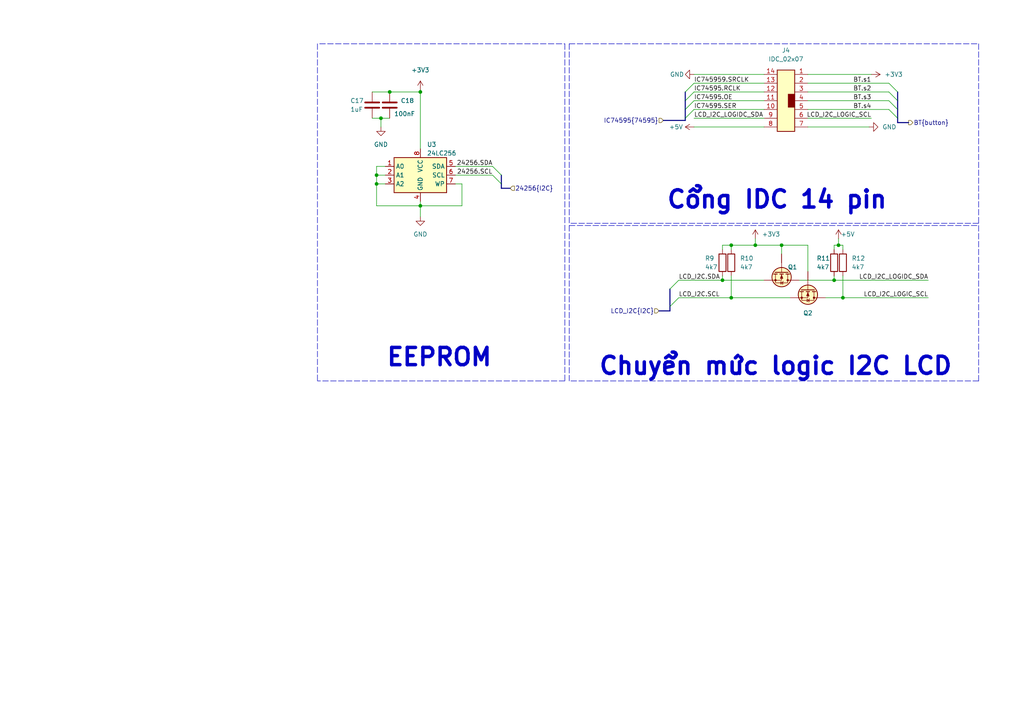
<source format=kicad_sch>
(kicad_sch (version 20211123) (generator eeschema)
  (paper "A4")
  (lib_symbols
    (symbol "Device:C" (pin_numbers hide) (pin_names (offset 0.254))
      (property "Reference" "C" (at 0.635 2.54 0))
      (property "Value" "C" (at 0.635 -2.54 0))
      (symbol "C_0_1"
        (polyline (pts (xy -2.032 -0.762) (xy 2.032 -0.762)) (stroke (width 0.508)))
        (polyline (pts (xy -2.032 0.762) (xy 2.032 0.762)) (stroke (width 0.508)))
      )
      (symbol "C_1_1"
        (pin passive line (at 0 3.81 270) (length 2.794) (name "~") (number "1"))
        (pin passive line (at 0 -3.81 90) (length 2.794) (name "~") (number "2"))
      )
    )
    (symbol "Device:R" (pin_numbers hide) (pin_names (offset 0))
      (property "Reference" "R" (at 2.032 0 90))
      (property "Value" "R" (at 0 0 90))
      (symbol "R_0_1"
        (rectangle (start -1.016 -2.54) (end 1.016 2.54) (stroke (width 0.254)))
      )
      (symbol "R_1_1"
        (pin passive line (at 0 3.81 270) (length 1.27) (name "~") (number "1"))
        (pin passive line (at 0 -3.81 90) (length 1.27) (name "~") (number "2"))
      )
    )
    (symbol "IVS_SYMBOLS:IDC_02x07" (pin_names (offset 1.016) hide)
      (property "Reference" "J" (at 1.27 10.16 0))
      (property "Value" "IDC_02x07" (at 1.27 -10.16 0))
      (symbol "IDC_02x07_0_1"
        (rectangle (start -1.27 1.905) (end 0.635 -1.905) (fill (type outline)))
      )
      (symbol "IDC_02x07_1_1"
        (rectangle (start -1.27 8.89) (end 3.81 -8.89) (stroke (width 0.254)) (fill (type background)))
        (pin passive line (at -5.08 7.62 0) (length 3.81) (name "Pin_1") (number "1"))
        (pin passive line (at 7.62 -2.54 180) (length 3.81) (name "Pin_10") (number "10"))
        (pin passive line (at 7.62 0 180) (length 3.81) (name "Pin_11") (number "11"))
        (pin passive line (at 7.62 2.54 180) (length 3.81) (name "Pin_12") (number "12"))
        (pin passive line (at 7.62 5.08 180) (length 3.81) (name "Pin_13") (number "13"))
        (pin passive line (at 7.62 7.62 180) (length 3.81) (name "Pin_14") (number "14"))
        (pin passive line (at -5.08 5.08 0) (length 3.81) (name "Pin_2") (number "2"))
        (pin passive line (at -5.08 2.54 0) (length 3.81) (name "Pin_3") (number "3"))
        (pin passive line (at -5.08 0 0) (length 3.81) (name "Pin_4") (number "4"))
        (pin passive line (at -5.08 -2.54 0) (length 3.81) (name "Pin_5") (number "5"))
        (pin passive line (at -5.08 -5.08 0) (length 3.81) (name "Pin_6") (number "6"))
        (pin passive line (at -5.08 -7.62 0) (length 3.81) (name "Pin_7") (number "7"))
        (pin passive line (at 7.62 -7.62 180) (length 3.81) (name "Pin_8") (number "8"))
        (pin passive line (at 7.62 -5.08 180) (length 3.81) (name "Pin_9") (number "9"))
      )
    )
    (symbol "IVS_SYMBOLS:N_Mosfet" (pin_numbers hide) (pin_names hide)
      (property "Reference" "Q" (at 2.794 1.2192 0))
      (symbol "N_Mosfet_0_1"
        (circle (center -0.889 0) (radius 2.794) (stroke (width 0.254)) (fill (type background)))
        (circle (center 0 -1.778) (radius 0.254) (fill (type outline)))
        (polyline (pts (xy -2.286 0) (xy -5.08 0)))
        (polyline (pts (xy -2.286 1.905) (xy -2.286 -1.905)) (stroke (width 0.254)))
        (polyline (pts (xy -1.778 -1.27) (xy -1.778 -2.286)) (stroke (width 0.254)))
        (polyline (pts (xy -1.778 0.508) (xy -1.778 -0.508)) (stroke (width 0.254)))
        (polyline (pts (xy -1.778 2.286) (xy -1.778 1.27)) (stroke (width 0.254)))
        (polyline (pts (xy 0 2.54) (xy 0 1.778)))
        (polyline (pts (xy 0 -2.54) (xy 0 0) (xy -1.778 0)))
        (polyline (pts (xy -1.778 -1.778) (xy 0.762 -1.778) (xy 0.762 1.778) (xy -1.778 1.778)))
        (polyline (pts (xy -1.524 0) (xy -0.508 0.381) (xy -0.508 -0.381) (xy -1.524 0)) (fill (type outline)))
        (polyline (pts (xy 0.254 0.508) (xy 0.381 0.381) (xy 1.143 0.381) (xy 1.27 0.254)))
        (polyline (pts (xy 0.762 0.381) (xy 0.381 -0.254) (xy 1.143 -0.254) (xy 0.762 0.381)))
        (circle (center 0 1.778) (radius 0.254) (fill (type outline)))
      )
      (symbol "N_Mosfet_1_1"
        (pin input line (at -7.62 0 0) (length 2.54) (name "G") (number "1"))
        (pin passive line (at 0 -5.08 90) (length 2.54) (name "S") (number "2"))
        (pin passive line (at 0 5.08 270) (length 2.54) (name "D") (number "3"))
      )
    )
    (symbol "Memory_EEPROM:24LC256"
      (property "Reference" "U" (at -6.35 6.35 0))
      (property "Value" "24LC256" (at 1.27 6.35 0))
      (symbol "24LC256_1_1"
        (rectangle (start -7.62 5.08) (end 7.62 -5.08) (stroke (width 0.254)) (fill (type background)))
        (pin input line (at -10.16 2.54 0) (length 2.54) (name "A0") (number "1"))
        (pin input line (at -10.16 0 0) (length 2.54) (name "A1") (number "2"))
        (pin input line (at -10.16 -2.54 0) (length 2.54) (name "A2") (number "3"))
        (pin power_in line (at 0 -7.62 90) (length 2.54) (name "GND") (number "4"))
        (pin bidirectional line (at 10.16 2.54 180) (length 2.54) (name "SDA") (number "5"))
        (pin input line (at 10.16 0 180) (length 2.54) (name "SCL") (number "6"))
        (pin input line (at 10.16 -2.54 180) (length 2.54) (name "WP") (number "7"))
        (pin power_in line (at 0 7.62 270) (length 2.54) (name "VCC") (number "8"))
      )
    )
    (symbol "power:+3V3" (power) (pin_names (offset 0))
      (property "Value" "+3V3" (at 0 3.556 0))
      (symbol "+3V3_0_1"
        (polyline (pts (xy -0.762 1.27) (xy 0 2.54)))
        (polyline (pts (xy 0 0) (xy 0 2.54)))
        (polyline (pts (xy 0 2.54) (xy 0.762 1.27)))
      )
      (symbol "+3V3_1_1"
        (pin power_in line (at 0 0 90) (length 0) hide (name "+3V3") (number "1"))
      )
    )
    (symbol "power:+5V" (power) (pin_names (offset 0))
      (property "Value" "+5V" (at 0 3.556 0))
      (symbol "+5V_0_1"
        (polyline (pts (xy -0.762 1.27) (xy 0 2.54)))
        (polyline (pts (xy 0 0) (xy 0 2.54)))
        (polyline (pts (xy 0 2.54) (xy 0.762 1.27)))
      )
      (symbol "+5V_1_1"
        (pin power_in line (at 0 0 90) (length 0) hide (name "+5V") (number "1"))
      )
    )
    (symbol "power:GND" (power) (pin_names (offset 0))
      (property "Value" "GND" (at 0 -3.81 0))
      (symbol "GND_0_1"
        (polyline (pts (xy 0 0) (xy 0 -1.27) (xy 1.27 -1.27) (xy 0 -2.54) (xy -1.27 -1.27) (xy 0 -1.27)))
      )
      (symbol "GND_1_1"
        (pin power_in line (at 0 0 270) (length 0) hide (name "GND") (number "1"))
      )
    )
  )
  (bus_alias "74595" (members "SRCLK" "RCLK" "OE" "SER"))
  (junction (at 121.92 59.69))
  (junction (at 109.22 50.8))
  (junction (at 113.03 26.67))
  (junction (at 226.695 71.12))
  (junction (at 121.92 26.67))
  (junction (at 243.205 71.12))
  (junction (at 244.475 86.36))
  (junction (at 209.55 81.28))
  (junction (at 212.09 86.36))
  (junction (at 241.935 81.28))
  (junction (at 109.22 53.34))
  (junction (at 212.09 71.12))
  (junction (at 219.075 71.12))
  (junction (at 110.49 34.29))
  (bus_entry (at 257.81 24.13) (size 2.54 2.54))
  (bus_entry (at 257.81 29.21) (size 2.54 2.54))
  (bus_entry (at 257.81 26.67) (size 2.54 2.54))
  (bus_entry (at 257.81 31.75) (size 2.54 2.54))
  (bus_entry (at 201.295 31.75) (size -2.54 2.54))
  (bus_entry (at 201.295 24.13) (size -2.54 2.54))
  (bus_entry (at 201.295 29.21) (size -2.54 2.54))
  (bus_entry (at 201.295 26.67) (size -2.54 2.54))
  (bus_entry (at 142.875 50.8) (size 2.54 2.54))
  (bus_entry (at 142.875 48.26) (size 2.54 2.54))
  (bus_entry (at 196.85 86.36) (size -2.54 2.54))
  (bus_entry (at 196.85 81.28) (size -2.54 2.54))
  (bus (pts (xy 260.35 34.29) (xy 260.35 35.56)))
  (bus (pts (xy 198.755 29.21) (xy 198.755 31.75)))
  (wire (pts (xy 241.935 72.39) (xy 241.935 71.12)))
  (wire (pts (xy 201.295 26.67) (xy 221.615 26.67)))
  (wire (pts (xy 234.315 34.29) (xy 252.73 34.29)))
  (bus (pts (xy 260.35 26.67) (xy 260.35 29.21)))
  (wire (pts (xy 133.985 59.69) (xy 121.92 59.69)))
  (wire (pts (xy 121.92 59.69) (xy 121.92 58.42)))
  (wire (pts (xy 196.85 81.28) (xy 209.55 81.28)))
  (wire (pts (xy 219.075 71.12) (xy 226.695 71.12)))
  (wire (pts (xy 201.295 24.13) (xy 221.615 24.13)))
  (polyline (pts (xy 165.1 12.7) (xy 165.1 64.77)))
  (wire (pts (xy 121.92 59.69) (xy 121.92 62.865)))
  (wire (pts (xy 121.92 26.035) (xy 121.92 26.67)))
  (bus (pts (xy 194.31 83.82) (xy 194.31 88.9)))
  (wire (pts (xy 234.315 36.83) (xy 252.095 36.83)))
  (wire (pts (xy 133.985 53.34) (xy 133.985 59.69)))
  (wire (pts (xy 132.08 53.34) (xy 133.985 53.34)))
  (wire (pts (xy 107.95 26.67) (xy 113.03 26.67)))
  (wire (pts (xy 109.22 50.8) (xy 109.22 53.34)))
  (bus (pts (xy 198.755 34.29) (xy 198.755 34.925)))
  (bus (pts (xy 192.405 34.925) (xy 198.755 34.925)))
  (wire (pts (xy 201.295 29.21) (xy 221.615 29.21)))
  (polyline (pts (xy 92.71 12.7) (xy 163.83 12.7)))
  (wire (pts (xy 132.08 50.8) (xy 142.875 50.8)))
  (wire (pts (xy 111.76 53.34) (xy 109.22 53.34)))
  (wire (pts (xy 243.205 71.12) (xy 244.475 71.12)))
  (bus (pts (xy 260.35 29.21) (xy 260.35 31.75)))
  (wire (pts (xy 209.55 81.28) (xy 221.615 81.28)))
  (wire (pts (xy 107.95 34.29) (xy 110.49 34.29)))
  (wire (pts (xy 234.315 29.21) (xy 257.81 29.21)))
  (polyline (pts (xy 165.1 12.7) (xy 283.845 12.7)))
  (wire (pts (xy 244.475 80.01) (xy 244.475 86.36)))
  (polyline (pts (xy 283.845 12.7) (xy 283.845 64.77)))
  (wire (pts (xy 109.22 48.26) (xy 109.22 50.8)))
  (wire (pts (xy 109.22 50.8) (xy 111.76 50.8)))
  (bus (pts (xy 191.135 90.17) (xy 194.31 90.17)))
  (wire (pts (xy 212.09 80.01) (xy 212.09 86.36)))
  (wire (pts (xy 109.22 59.69) (xy 121.92 59.69)))
  (wire (pts (xy 234.315 26.67) (xy 257.81 26.67)))
  (wire (pts (xy 244.475 86.36) (xy 269.24 86.36)))
  (wire (pts (xy 201.295 36.83) (xy 221.615 36.83)))
  (wire (pts (xy 212.09 71.12) (xy 212.09 72.39)))
  (bus (pts (xy 260.35 31.75) (xy 260.35 34.29)))
  (wire (pts (xy 110.49 34.29) (xy 113.03 34.29)))
  (wire (pts (xy 234.315 21.59) (xy 252.73 21.59)))
  (wire (pts (xy 110.49 36.83) (xy 110.49 34.29)))
  (polyline (pts (xy 283.845 65.405) (xy 283.845 110.49)))
  (wire (pts (xy 111.76 48.26) (xy 109.22 48.26)))
  (wire (pts (xy 109.22 53.34) (xy 109.22 59.69)))
  (wire (pts (xy 212.09 86.36) (xy 229.235 86.36)))
  (wire (pts (xy 132.08 48.26) (xy 142.875 48.26)))
  (bus (pts (xy 145.415 53.34) (xy 145.415 54.61)))
  (wire (pts (xy 241.935 80.01) (xy 241.935 81.28)))
  (wire (pts (xy 241.935 71.12) (xy 243.205 71.12)))
  (wire (pts (xy 196.85 86.36) (xy 212.09 86.36)))
  (wire (pts (xy 241.935 81.28) (xy 269.24 81.28)))
  (bus (pts (xy 198.755 31.75) (xy 198.755 34.29)))
  (wire (pts (xy 212.09 71.12) (xy 219.075 71.12)))
  (bus (pts (xy 260.35 35.56) (xy 263.525 35.56)))
  (bus (pts (xy 145.415 54.61) (xy 147.955 54.61)))
  (polyline (pts (xy 283.845 110.49) (xy 165.1 110.49)))
  (wire (pts (xy 201.295 31.75) (xy 221.615 31.75)))
  (wire (pts (xy 234.315 31.75) (xy 257.81 31.75)))
  (wire (pts (xy 209.55 72.39) (xy 209.55 71.12)))
  (wire (pts (xy 234.315 71.12) (xy 234.315 78.74)))
  (wire (pts (xy 219.075 69.215) (xy 219.075 71.12)))
  (wire (pts (xy 244.475 71.12) (xy 244.475 72.39)))
  (bus (pts (xy 198.755 26.67) (xy 198.755 29.21)))
  (wire (pts (xy 209.55 80.01) (xy 209.55 81.28)))
  (wire (pts (xy 239.395 86.36) (xy 244.475 86.36)))
  (polyline (pts (xy 163.83 110.49) (xy 92.075 110.49)))
  (wire (pts (xy 243.205 69.215) (xy 243.205 71.12)))
  (polyline (pts (xy 165.1 65.405) (xy 283.845 65.405)))
  (wire (pts (xy 234.315 24.13) (xy 257.81 24.13)))
  (wire (pts (xy 121.92 26.67) (xy 121.92 43.18)))
  (wire (pts (xy 226.695 71.12) (xy 234.315 71.12)))
  (bus (pts (xy 194.31 90.17) (xy 194.31 88.9)))
  (wire (pts (xy 209.55 71.12) (xy 212.09 71.12)))
  (polyline (pts (xy 283.845 64.77) (xy 165.1 64.77)))
  (wire (pts (xy 226.695 71.12) (xy 226.695 73.66)))
  (wire (pts (xy 201.295 34.29) (xy 221.615 34.29)))
  (polyline (pts (xy 92.075 12.7) (xy 92.075 110.49)))
  (wire (pts (xy 201.295 21.59) (xy 221.615 21.59)))
  (wire (pts (xy 113.03 26.67) (xy 121.92 26.67)))
  (bus (pts (xy 145.415 50.8) (xy 145.415 53.34)))
  (polyline (pts (xy 163.83 12.7) (xy 163.83 110.49)))
  (polyline (pts (xy 165.1 65.405) (xy 165.1 110.49)))
  (wire (pts (xy 231.775 81.28) (xy 241.935 81.28)))
  (text "Chuyển mức logic I2C LCD" (at 173.355 109.22 0) (effects (font (size 5 5) (thickness 1) bold) (justify left bottom)))
  (text "Cổng IDC 14 pin" (at 193.04 60.96 0) (effects (font (size 5 5) (thickness 1) bold) (justify left bottom)))
  (text "EEPROM" (at 111.76 106.68 0) (effects (font (size 5 5) bold) (justify left bottom)))
  (label "IC74595.RCLK" (at 201.295 26.67 0))
  (label "IC74595.SER" (at 201.295 31.75 0))
  (label "LCD_I2C.SCL" (at 196.85 86.36 0))
  (label "24256.SDA" (at 142.875 48.26 180))
  (label "LCD_I2C_LOGIDC_SDA" (at 201.295 34.29 0))
  (label "BT.s4" (at 252.73 31.75 180))
  (label "BT.s1" (at 252.73 24.13 180))
  (label "LCD_I2C_LOGIC_SCL" (at 269.24 86.36 180))
  (label "LCD_I2C_LOGIDC_SDA" (at 269.24 81.28 180))
  (label "BT.s3" (at 252.73 29.21 180))
  (label "BT.s2" (at 252.73 26.67 180))
  (label "24256.SCL" (at 142.875 50.8 180))
  (label "LCD_I2C_LOGIC_SCL" (at 252.73 34.29 180))
  (label "IC745959.SRCLK" (at 201.295 24.13 0))
  (label "LCD_I2C.SDA" (at 196.85 81.28 0))
  (label "IC74595.OE" (at 201.295 29.21 0))
  (hierarchical_label "BT{button}" (shape output) (at 263.525 35.56 0))
  (hierarchical_label "24256{I2C}" (shape input) (at 147.955 54.61 0))
  (hierarchical_label "LCD_I2C{I2C}" (shape input) (at 191.135 90.17 180))
  (hierarchical_label "IC74595{74595}" (shape input) (at 192.405 34.925 180))
  (symbol (lib_id "power:GND") (at 110.49 36.83 0) (unit 1)
    (property "Reference" "#PWR027" (effects hide))
    (property "Value" "GND" (at 110.49 41.91 0))
  )
  (symbol (lib_id "power:+5V") (at 201.295 36.83 90) (unit 1)
    (property "Reference" "#PWR031" (effects hide))
    (property "Value" "+5V" (at 198.12 36.8299 90) (effects (justify left)))
  )
  (symbol (lib_id "IVS_SYMBOLS:N_Mosfet") (at 234.315 86.36 270) (unit 1)
    (property "Reference" "Q2" (at 234.315 90.805 90))
    (property "Value" "N_Mosfet" (effects hide))
    (property "Footprint" "IVS_FOOTPRINTS:SOT23-3" (effects hide))
    (property "Datasheet" "https://www.onsemi.com/pub/Collateral/BSS138-D.PDF" (effects hide))
  )
  (symbol (lib_id "power:GND") (at 121.92 62.865 0) (unit 1)
    (property "Reference" "#PWR029" (effects hide))
    (property "Value" "GND" (at 121.92 67.945 0))
  )
  (symbol (lib_id "power:+3V3") (at 252.73 21.59 270) (unit 1)
    (property "Reference" "#PWR035" (effects hide))
    (property "Value" "+3V3" (at 256.54 21.5899 90) (effects (justify left)))
  )
  (symbol (lib_id "power:+3V3") (at 219.075 69.215 0) (unit 1)
    (property "Reference" "#PWR032" (effects hide))
    (property "Value" "+3V3" (at 220.98 67.945 0) (effects (justify left)))
  )
  (symbol (lib_id "IVS_SYMBOLS:N_Mosfet") (at 226.695 81.28 270) (unit 1)
    (property "Reference" "Q1" (at 229.87 77.47 90))
    (property "Value" "N_Mosfet" (effects hide))
    (property "Footprint" "IVS_FOOTPRINTS:SOT23-3" (effects hide))
    (property "Datasheet" "https://www.onsemi.com/pub/Collateral/BSS138-D.PDF" (effects hide))
  )
  (symbol (lib_id "Device:R") (at 209.55 76.2 0) (unit 1)
    (property "Reference" "R9" (at 204.47 74.93 0) (effects (justify left)))
    (property "Value" "4k7" (at 204.47 77.47 0) (effects (justify left)))
    (property "Footprint" "IVS_FOOTPRINTS:R0603" (effects hide))
  )
  (symbol (lib_id "Device:R") (at 244.475 76.2 0) (unit 1)
    (property "Reference" "R12" (at 247.015 74.9299 0) (effects (justify left)))
    (property "Value" "4k7" (at 247.015 77.4699 0) (effects (justify left)))
    (property "Footprint" "IVS_FOOTPRINTS:R0603" (effects hide))
  )
  (symbol (lib_id "power:GND") (at 201.295 21.59 270) (unit 1)
    (property "Reference" "#PWR030" (effects hide))
    (property "Value" "GND" (at 194.31 21.59 90) (effects (justify left)))
  )
  (symbol (lib_id "Device:C") (at 107.95 30.48 0) (unit 1)
    (property "Reference" "C17" (at 101.6 29.21 0) (effects (justify left)))
    (property "Value" "1uF" (at 101.6 31.75 0) (effects (justify left)))
    (property "Footprint" "IVS_FOOTPRINTS:C0603" (effects hide))
  )
  (symbol (lib_id "Device:C") (at 113.03 30.48 0) (unit 1)
    (property "Reference" "C18" (at 116.205 29.2099 0) (effects (justify left)))
    (property "Value" "100nF" (at 114.3 33.02 0) (effects (justify left)))
    (property "Footprint" "IVS_FOOTPRINTS:C0603" (effects hide))
  )
  (symbol (lib_id "Device:R") (at 212.09 76.2 0) (unit 1)
    (property "Reference" "R10" (at 214.63 74.9299 0) (effects (justify left)))
    (property "Value" "4k7" (at 214.63 77.4699 0) (effects (justify left)))
    (property "Footprint" "IVS_FOOTPRINTS:R0603" (effects hide))
  )
  (symbol (lib_id "power:+3V3") (at 121.92 26.035 0) (unit 1)
    (property "Reference" "#PWR028" (effects hide))
    (property "Value" "+3V3" (at 121.92 20.32 0))
  )
  (symbol (lib_id "IVS_SYMBOLS:IDC_02x07") (at 229.235 29.21 0) (mirror y) (unit 1)
    (property "Reference" "J4" (at 227.965 14.605 0))
    (property "Value" "IDC_02x07" (at 227.965 17.145 0))
    (property "Footprint" "IVS_FOOTPRINTS:DC3_14PIN_2.54mm" (effects hide))
  )
  (symbol (lib_id "Memory_EEPROM:24LC256") (at 121.92 50.8 0) (unit 1)
    (property "Reference" "U3" (at 123.825 41.91 0) (effects (justify left)))
    (property "Value" "24LC256" (at 123.825 44.45 0) (effects (justify left)))
    (property "Footprint" "IVS_FOOTPRINTS:SOIC-8_3.9x4.9mm_P1.27mm" (effects hide))
    (property "Datasheet" "http://ww1.microchip.com/downloads/en/devicedoc/21203m.pdf" (effects hide))
  )
  (symbol (lib_id "power:GND") (at 252.095 36.83 90) (unit 1)
    (property "Reference" "#PWR034" (effects hide))
    (property "Value" "GND" (at 255.905 36.8299 90) (effects (justify right)))
  )
  (symbol (lib_id "Device:R") (at 241.935 76.2 0) (unit 1)
    (property "Reference" "R11" (at 236.855 74.93 0) (effects (justify left)))
    (property "Value" "4k7" (at 236.855 77.47 0) (effects (justify left)))
    (property "Footprint" "IVS_FOOTPRINTS:R0603" (effects hide))
  )
  (symbol (lib_id "power:+5V") (at 243.205 69.215 0) (unit 1)
    (property "Reference" "#PWR033" (effects hide))
    (property "Value" "+5V" (at 243.84 67.945 0) (effects (justify left)))
  )
)
</source>
